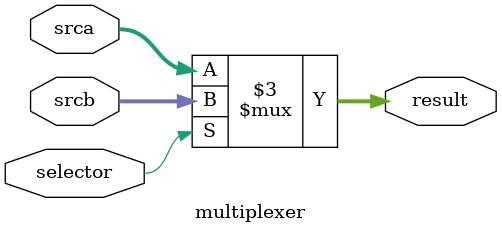
<source format=v>
`timescale 1ns / 1ps


module multiplexer(
    result, srca, srcb, selector
    );
    parameter WIDTH = 8;
    input [WIDTH-1:0] srca,srcb;
    input selector;
    output reg [WIDTH-1:0] result;
    always @(selector or srca or srcb) begin
        if(selector)
            result = srcb;
        else
            result = srca;
    end
endmodule

</source>
